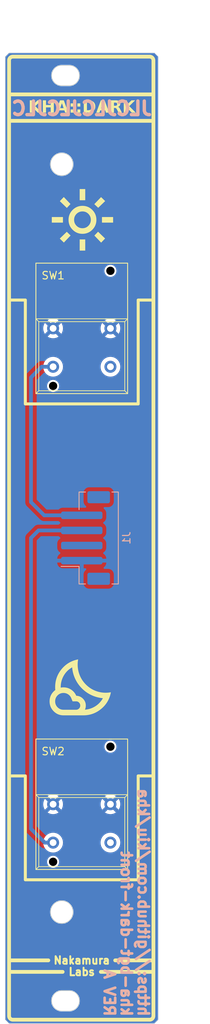
<source format=kicad_pcb>
(kicad_pcb (version 20221018) (generator pcbnew)
  (layers (0 "F.Cu" signal) (31 "B.Cu" signal) (34 "B.Paste" user) (35 "F.Paste" user) (36 "B.SilkS" user "B.Silkscreen") (37 "F.SilkS" user "F.Silkscreen") (38 "B.Mask" user) (39 "F.Mask" user) (44 "Edge.Cuts" user))
  (net 0 "")
  (net 1 "Net-(J1-Pin_4)")
  (net 2 "GND")
  (net 6 "Net-(J1-Pin_3)")
  (footprint "kiu-footprints:PB86" (layer "F.Cu") (at 66.19 123.25)
    (fp_text reference "SW2" (at 0 -7) (layer "F.SilkS"))
    (fp_text value "SW_SPDT")
    (fp_line (start -2.286 -8.636) (end -2.286 8.636) (stroke (width 0.12)) (layer "F.SilkS"))
    (fp_line (start -2.286 -8.636) (end 9.906 -8.636) (stroke (width 0.12)) (layer "F.SilkS"))
    (fp_line (start -2.286 -1.27) (end -1.905 -0.889) (stroke (width 0.1)) (layer "F.SilkS"))
    (fp_line (start -2.286 -1.27) (end 9.906 -1.27) (stroke (width 0.1)) (layer "F.SilkS"))
    (fp_line (start -2.286 8.636) (end -1.905 8.255) (stroke (width 0.1)) (layer "F.SilkS"))
    (fp_line (start -2.286 8.636) (end 9.906 8.636) (stroke (width 0.12)) (layer "F.SilkS"))
    (fp_line (start -1.905 -0.889) (end 9.525 -0.889) (stroke (width 0.1)) (layer "F.SilkS"))
    (fp_line (start -1.905 8.255) (end -1.905 -0.889) (stroke (width 0.1)) (layer "F.SilkS"))
    (fp_line (start -1.905 8.255) (end 9.525 8.255) (stroke (width 0.1)) (layer "F.SilkS"))
    (fp_line (start 9.525 -0.889) (end 9.525 8.255) (stroke (width 0.1)) (layer "F.SilkS"))
    (fp_line (start 9.906 -8.636) (end 9.906 8.636) (stroke (width 0.12)) (layer "F.SilkS"))
    (fp_line (start 9.906 -1.27) (end 9.525 -0.889) (stroke (width 0.1)) (layer "F.SilkS"))
    (fp_line (start 9.906 8.636) (end 9.525 8.255) (stroke (width 0.1)) (layer "F.SilkS"))
    (pad "" np_thru_hole circle (at 0 7.62) (size 1.2 1.2) (drill 1.1) (layers "*.Mask"))
    (pad "" np_thru_hole circle (at 7.62 -7.62) (size 1.2 1.2) (drill 1.1) (layers "*.Mask"))
    (pad "1" thru_hole circle (at 7.62 5.08) (size 1.6 1.6) (drill 0.9) (layers "*.Cu" "*.Mask"))
    (pad "2" thru_hole circle (at 0 0) (size 1.6 1.6) (drill 0.9) (layers "*.Cu" "*.Mask") (net 2 "GND"))
    (pad "2" thru_hole circle (at 7.62 0) (size 1.6 1.6) (drill 0.9) (layers "*.Cu" "*.Mask") (net 2 "GND"))
    (pad "3" thru_hole circle (at 0 5.08) (size 1.6 1.6) (drill 0.9) (layers "*.Cu" "*.Mask") (net 6 "Net-(J1-Pin_3)"))
  )
  (footprint "kiu-footprints:PB86" (layer "F.Cu") (at 66.19 60.25)
    (fp_text reference "SW1" (at 0 -7) (layer "F.SilkS"))
    (fp_text value "SW_SPDT")
    (fp_line (start -2.286 -8.636) (end -2.286 8.636) (stroke (width 0.12)) (layer "F.SilkS"))
    (fp_line (start -2.286 -8.636) (end 9.906 -8.636) (stroke (width 0.12)) (layer "F.SilkS"))
    (fp_line (start -2.286 -1.27) (end -1.905 -0.889) (stroke (width 0.1)) (layer "F.SilkS"))
    (fp_line (start -2.286 -1.27) (end 9.906 -1.27) (stroke (width 0.1)) (layer "F.SilkS"))
    (fp_line (start -2.286 8.636) (end -1.905 8.255) (stroke (width 0.1)) (layer "F.SilkS"))
    (fp_line (start -2.286 8.636) (end 9.906 8.636) (stroke (width 0.12)) (layer "F.SilkS"))
    (fp_line (start -1.905 -0.889) (end 9.525 -0.889) (stroke (width 0.1)) (layer "F.SilkS"))
    (fp_line (start -1.905 8.255) (end -1.905 -0.889) (stroke (width 0.1)) (layer "F.SilkS"))
    (fp_line (start -1.905 8.255) (end 9.525 8.255) (stroke (width 0.1)) (layer "F.SilkS"))
    (fp_line (start 9.525 -0.889) (end 9.525 8.255) (stroke (width 0.1)) (layer "F.SilkS"))
    (fp_line (start 9.906 -8.636) (end 9.906 8.636) (stroke (width 0.12)) (layer "F.SilkS"))
    (fp_line (start 9.906 -1.27) (end 9.525 -0.889) (stroke (width 0.1)) (layer "F.SilkS"))
    (fp_line (start 9.906 8.636) (end 9.525 8.255) (stroke (width 0.1)) (layer "F.SilkS"))
    (pad "" np_thru_hole circle (at 0 7.62) (size 1.2 1.2) (drill 1.1) (layers "*.Mask"))
    (pad "" np_thru_hole circle (at 7.62 -7.62) (size 1.2 1.2) (drill 1.1) (layers "*.Mask"))
    (pad "1" thru_hole circle (at 7.62 5.08) (size 1.6 1.6) (drill 0.9) (layers "*.Cu" "*.Mask"))
    (pad "2" thru_hole circle (at 0 0) (size 1.6 1.6) (drill 0.9) (layers "*.Cu" "*.Mask") (net 2 "GND"))
    (pad "2" thru_hole circle (at 7.62 0) (size 1.6 1.6) (drill 0.9) (layers "*.Cu" "*.Mask") (net 2 "GND"))
    (pad "3" thru_hole circle (at 0 5.08) (size 1.6 1.6) (drill 0.9) (layers "*.Cu" "*.Mask") (net 1 "Net-(J1-Pin_4)"))
  )
  (footprint "Connector_JST:JST_PH_B4B-PH-SM4-TB_1x04-1MP_P2.00mm_Vertical" (layer "B.Cu") (at 70.5 88 90)
    (fp_text reference "J1" (at 0 5.45 270) (layer "B.SilkS") (effects (justify mirror)))
    (fp_text value "Conn_01x04")
    (fp_line (start -6.085 -0.86) (end -3.76 -0.86) (stroke (width 0.12)) (layer "B.SilkS"))
    (fp_line (start -6.085 -0.01) (end -6.085 -0.86) (stroke (width 0.12)) (layer "B.SilkS"))
    (fp_line (start -6.085 3.51) (end -6.085 4.36) (stroke (width 0.12)) (layer "B.SilkS"))
    (fp_line (start -6.085 4.36) (end 6.085 4.36) (stroke (width 0.12)) (layer "B.SilkS"))
    (fp_line (start -3.76 -0.86) (end -3.76 -3.25) (stroke (width 0.12)) (layer "B.SilkS"))
    (fp_line (start 6.085 -0.86) (end 3.76 -0.86) (stroke (width 0.12)) (layer "B.SilkS"))
    (fp_line (start 6.085 -0.01) (end 6.085 -0.86) (stroke (width 0.12)) (layer "B.SilkS"))
    (fp_line (start 6.085 4.36) (end 6.085 3.51) (stroke (width 0.12)) (layer "B.SilkS"))
    (pad "1" smd roundrect (at -3 -0.5 90) (size 1 5.5) (layers "B.Cu" "B.Paste" "B.Mask") (net 2 "GND"))
    (pad "2" smd roundrect (at -1 -0.5 90) (size 1 5.5) (layers "B.Cu" "B.Paste" "B.Mask"))
    (pad "3" smd roundrect (at 1 -0.5 90) (size 1 5.5) (layers "B.Cu" "B.Paste" "B.Mask") (net 6 "Net-(J1-Pin_3)"))
    (pad "4" smd roundrect (at 3 -0.5 90) (size 1 5.5) (layers "B.Cu" "B.Paste" "B.Mask") (net 1 "Net-(J1-Pin_4)"))
    (pad "MP" smd roundrect (at -5.4 1.75 90) (size 1.6 3) (layers "B.Cu" "B.Paste" "B.Mask") (roundrect_rratio 0.15625))
    (pad "MP" smd roundrect (at 5.4 1.75 90) (size 1.6 3) (layers "B.Cu" "B.Paste" "B.Mask") (roundrect_rratio 0.15625))
  )
  (gr_line (start 77.5 119.5) (end 77.5 133.25) (stroke (width 0.4)) (layer "F.SilkS"))
  (gr_arc (start 79.525 151.275001) (mid 79.378553 151.628554) (end 79.025 151.775001) (stroke (width 0.5)) (layer "F.SilkS"))
  (gr_line (start 67.46 145.441) (end 60.348 145.441) (stroke (width 0.5)) (layer "F.SilkS"))
  (gr_poly (pts (xy 73.102552 48.352114) (xy 72.574708 48.898479) (xy 71.676448 47.963176) (xy 72.16725 47.453854)) (fill solid) (layer "F.SilkS"))
  (gr_line (start 65.555 143.917) (end 60.348 143.917) (stroke (width 0.5)) (layer "F.SilkS"))
  (gr_poly (pts (xy 69.5 104.186037) (xy 69.484264 104.300146) (xy 69.471929 104.41393) (xy 69.462994 104.527388) (xy 69.45746 104.640521) (xy 69.455325 104.753328) (xy 69.456591 104.865809) (xy 69.461258 104.977965) (xy 69.469324 105.089796) (xy 69.480791 105.2013) (xy 69.495659 105.31248) (xy 69.513926 105.423333) (xy 69.535594 105.533862) (xy 69.560663 105.644064) (xy 69.589131 105.753941) (xy 69.621 105.863493) (xy 69.656088 105.972031) (xy 69.694215 106.07887) (xy 69.735381 106.184008) (xy 69.779585 106.287446) (xy 69.826827 106.389184) (xy 69.877108 106.489222) (xy 69.930428 106.587559) (xy 69.986787 106.684197) (xy 70.046183 106.779134) (xy 70.108619 106.872372) (xy 70.174093 106.963909) (xy 70.242605 107.053745) (xy 70.314157 107.141882) (xy 70.388746 107.228319) (xy 70.466375 107.313055) (xy 70.547042 107.396091) (xy 70.630078 107.476758) (xy 70.714814 107.554387) (xy 70.801251 107.628976) (xy 70.889388 107.700528) (xy 70.979224 107.76904) (xy 71.070762 107.834514) (xy 71.163999 107.89695) (xy 71.258936 107.956347) (xy 71.355574 108.012705) (xy 71.453911 108.066024) (xy 71.553949 108.116306) (xy 71.655687 108.163548) (xy 71.759125 108.207752) (xy 71.864264 108.248918) (xy 71.971102 108.287045) (xy 72.079641 108.322133) (xy 72.189192 108.354002) (xy 72.299069 108.38247) (xy 72.409272 108.407539) (xy 72.5198 108.429207) (xy 72.630653 108.447474) (xy 72.741833 108.462342) (xy 72.853337 108.473809) (xy 72.965168 108.481875) (xy 73.077324 108.486542) (xy 73.189805 108.487808) (xy 73.302612 108.485674) (xy 73.415745 108.480139) (xy 73.529203 108.471204) (xy 73.642987 108.458869) (xy 73.757096 108.443134) (xy 73.871531 108.423998) (xy 73.838324 108.58884) (xy 73.798895 108.749993) (xy 73.753244 108.907456) (xy 73.701371 109.06123) (xy 73.643276 109.211314) (xy 73.57896 109.357708) (xy 73.508421 109.500412) (xy 73.431661 109.639427) (xy 73.348679 109.774752) (xy 73.259475 109.906388) (xy 73.16405 110.034333) (xy 73.062402 110.158589) (xy 72.954533 110.279155) (xy 72.840442 110.396032) (xy 72.720129 110.509219) (xy 72.593594 110.618716) (xy 72.462718 110.723004) (xy 72.329382 110.820564) (xy 72.193587 110.911396) (xy 72.055332 110.995499) (xy 71.914617 111.072875) (xy 71.771442 111.143521) (xy 71.625808 111.20744) (xy 71.477713 111.26463) (xy 71.327159 111.315092) (xy 71.174145 111.358826) (xy 71.018672 111.395832) (xy 70.860738 111.426109) (xy 70.700345 111.449658) (xy 70.537492 111.466478) (xy 70.372179 111.476571) (xy 70.204406 111.479935) (xy 69.241323 111.479935) (xy 67.574448 111.479935) (xy 67.479257 111.477819) (xy 67.385839 111.47147) (xy 67.294194 111.460889) (xy 67.204321 111.446076) (xy 67.11622 111.427031) (xy 67.029892 111.403753) (xy 66.945336 111.376243) (xy 66.862553 111.344501) (xy 66.781543 111.308527) (xy 66.702305 111.26832) (xy 66.624839 111.223881) (xy 66.549146 111.175209) (xy 66.475226 111.122306) (xy 66.403078 111.06517) (xy 66.332702 111.003801) (xy 66.264099 110.938201) (xy 66.198498 110.869598) (xy 66.13713 110.799222) (xy 66.079994 110.727074) (xy 66.02709 110.653154) (xy 65.978419 110.577461) (xy 65.93398 110.499995) (xy 65.893773 110.420757) (xy 65.857798 110.339746) (xy 65.826056 110.256963) (xy 65.798546 110.172408) (xy 65.775268 110.08608) (xy 65.756223 109.997979) (xy 65.74141 109.908106) (xy 65.730829 109.816461) (xy 65.724481 109.723042) (xy 65.722365 109.627852) (xy 66.463198 109.627852) (xy 66.464464 109.685187) (xy 66.468262 109.741437) (xy 66.474593 109.796601) (xy 66.483455 109.850681) (xy 66.49485 109.903675) (xy 66.508777 109.955584) (xy 66.525236 110.006408) (xy 66.544227 110.056146) (xy 66.56575 110.104799) (xy 66.589805 110.152368) (xy 66.616393 110.198851) (xy 66.645512 110.244248) (xy 66.677164 110.288561) (xy 66.711348 110.331788) (xy 66.748064 110.37393) (xy 66.787312 110.414987) (xy 66.828369 110.454235) (xy 66.870512 110.490952) (xy 66.913739 110.525136) (xy 66.958051 110.556787) (xy 67.003449 110.585907) (xy 67.049932 110.612494) (xy 67.0975 110.63655) (xy 67.146154 110.658073) (xy 67.195892 110.677064) (xy 67.246716 110.693523) (xy 67.298625 110.70745) (xy 67.351619 110.718844) (xy 67.405699 110.727707) (xy 67.460863 110.734037) (xy 67.517113 110.737835) (xy 67.574448 110.739101) (xy 69.241323 110.739101) (xy 69.26999 110.738468) (xy 69.298115 110.736569) (xy 69.325697 110.733404) (xy 69.352737 110.728973) (xy 69.379234 110.723276) (xy 69.405189 110.716312) (xy 69.430601 110.708083) (xy 69.45547 110.698587) (xy 69.479797 110.687826) (xy 69.503581 110.675798) (xy 69.526822 110.662504) (xy 69.549521 110.647945) (xy 69.571677 110.632119) (xy 69.593291 110.615027) (xy 69.614362 110.596669) (xy 69.63489 110.577044) (xy 69.654515 110.556516) (xy 69.672873 110.535445) (xy 69.689965 110.513831) (xy 69.705791 110.491675) (xy 69.72035 110.468976) (xy 69.733644 110.445734) (xy 69.745672 110.42195) (xy 69.756434 110.397624) (xy 69.765929 110.372755) (xy 69.774159 110.347343) (xy 69.781122 110.321388) (xy 69.786819 110.294891) (xy 69.791251 110.267851) (xy 69.794416 110.240269) (xy 69.796315 110.212144) (xy 69.796948 110.183477) (xy 69.796333 110.154809) (xy 69.794488 110.126684) (xy 69.791413 110.099102) (xy 69.787109 110.072062) (xy 69.781574 110.045565) (xy 69.77481 110.019611) (xy 69.766815 109.994199) (xy 69.757591 109.969329) (xy 69.747137 109.945003) (xy 69.735453 109.921219) (xy 69.722539 109.897977) (xy 69.708395 109.875278) (xy 69.693021 109.853122) (xy 69.676418 109.831508) (xy 69.658584 109.810437) (xy 69.639521 109.789909) (xy 69.619589 109.770285) (xy 69.599151 109.751927) (xy 69.578207 109.734835) (xy 69.556756 109.719009) (xy 69.534799 109.704449) (xy 69.512335 109.691155) (xy 69.489365 109.679127) (xy 69.465888 109.668366) (xy 69.441905 109.65887) (xy 69.417415 109.650641) (xy 69.39242 109.643678) (xy 69.366917 109.63798) (xy 69.340908 109.633549) (xy 69.314393 109.630384) (xy 69.287372 109.628485) (xy 69.259844 109.627852) (xy 68.778302 109.627852) (xy 68.593094 109.183352) (xy 68.576309 109.145641) (xy 68.558367 109.108907) (xy 68.539267 109.073149) (xy 68.51901 109.038368) (xy 68.497596 109.004564) (xy 68.475023 108.971737) (xy 68.451294 108.939886) (xy 68.426406 108.909012) (xy 68.400361 108.879115) (xy 68.373159 108.850194) (xy 68.344799 108.82225) (xy 68.315281 108.795283) (xy 68.284606 108.769292) (xy 68.252773 108.744278) (xy 68.219783 108.720241) (xy 68.185635 108.69718) (xy 68.150692 108.675313) (xy 68.115314 108.654857) (xy 68.079502 108.635812) (xy 68.043256 108.618177) (xy 68.006577 108.601953) (xy 67.969463 108.58714) (xy 67.931914 108.573738) (xy 67.893932 108.561746) (xy 67.855516 108.551165) (xy 67.816666 108.541995) (xy 67.777381 108.534236) (xy 67.737663 108.527888) (xy 67.69751 108.52295) (xy 67.656924 108.519423) (xy 67.615903 108.517307) (xy 67.574448 108.516602) (xy 67.517113 108.51785) (xy 67.460863 108.521594) (xy 67.405699 108.527834) (xy 67.351619 108.536569) (xy 67.298625 108.547801) (xy 67.246716 108.561529) (xy 67.195892 108.577753) (xy 67.146154 108.596473) (xy 67.0975 108.617688) (xy 67.049932 108.6414) (xy 67.003449 108.667608) (xy 66.958051 108.696312) (xy 66.913739 108.727511) (xy 66.870512 108.761207) (xy 66.828369 108.797398) (xy 66.787312 108.836086) (xy 66.748064 108.876618) (xy 66.711348 108.918344) (xy 66.677164 108.961264) (xy 66.645512 109.005378) (xy 66.616393 109.050685) (xy 66.589805 109.097186) (xy 66.56575 109.144881) (xy 66.544227 109.19377) (xy 66.525236 109.243852) (xy 66.508777 109.295128) (xy 66.49485 109.347597) (xy 66.483455 109.401261) (xy 66.474593 109.456118) (xy 66.468262 109.512169) (xy 66.464464 109.569413) (xy 66.463198 109.627852) (xy 65.722365 109.627852) (xy 65.724481 109.532661) (xy 65.730829 109.439243) (xy 65.74141 109.347597) (xy 65.756223 109.257724) (xy 65.775268 109.169624) (xy 65.798546 109.083296) (xy 65.826056 108.99874) (xy 65.857798 108.915957) (xy 65.893773 108.834947) (xy 65.93398 108.755709) (xy 65.978419 108.678243) (xy 66.02709 108.60255) (xy 66.079994 108.52863) (xy 66.13713 108.456482) (xy 66.198498 108.386106) (xy 66.264099 108.317503) (xy 66.332702 108.251902) (xy 66.403078 108.190534) (xy 66.475226 108.133398) (xy 66.484654 108.12665) (xy 66.482587 108.113195) (xy 66.479042 108.087005) (xy 66.475931 108.060526) (xy 66.473254 108.033758) (xy 66.471011 108.0067) (xy 66.469203 107.979353) (xy 66.467828 107.951716) (xy 66.465802 107.896733) (xy 66.464356 107.842907) (xy 66.463808 107.80969) (xy 67.204031 107.80969) (xy 67.204321 107.809627) (xy 67.294194 107.794814) (xy 67.385839 107.784233) (xy 67.479257 107.777885) (xy 67.574448 107.775769) (xy 67.643521 107.776944) (xy 67.711835 107.780471) (xy 67.779389 107.786349) (xy 67.846183 107.794579) (xy 67.912218 107.80516) (xy 67.977493 107.818092) (xy 68.042009 107.833375) (xy 68.105764 107.85101) (xy 68.168761 107.870995) (xy 68.230997 107.893333) (xy 68.292474 107.918021) (xy 68.353191 107.945061) (xy 68.413149 107.974452) (xy 68.472347 108.006194) (xy 68.530785 108.040287) (xy 68.588464 108.076732) (xy 68.64484 108.115166) (xy 68.699372 108.155228) (xy 68.752058 108.196918) (xy 68.8029 108.240236) (xy 68.851897 108.285182) (xy 68.899049 108.331755) (xy 68.944356 108.379956) (xy 68.987819 108.429785) (xy 69.029437 108.481242) (xy 69.069209 108.534327) (xy 69.107137 108.589039) (xy 69.14322 108.64538) (xy 69.177459 108.703348) (xy 69.209852 108.762943) (xy 69.2404 108.824167) (xy 69.269104 108.887018) (xy 69.33447 108.890726) (xy 69.398605 108.897219) (xy 69.461511 108.906498) (xy 69.523187 108.918562) (xy 69.583633 108.933411) (xy 69.642849 108.951046) (xy 69.700835 108.971466) (xy 69.757591 108.994671) (xy 69.813117 109.020662) (xy 69.867414 109.049438) (xy 69.92048 109.080999) (xy 69.972317 109.115346) (xy 70.022924 109.152478) (xy 70.072301 109.192395) (xy 70.120448 109.235098) (xy 70.167365 109.280586) (xy 70.21222 109.328064) (xy 70.254181 109.376735) (xy 70.293248 109.4266) (xy 70.329422 109.477659) (xy 70.362702 109.529912) (xy 70.393087 109.583358) (xy 70.420579 109.637998) (xy 70.445177 109.693832) (xy 70.466881 109.75086) (xy 70.485691 109.809081) (xy 70.501608 109.868496) (xy 70.51463 109.929104) (xy 70.524759 109.990907) (xy 70.531993 110.053903) (xy 70.536334 110.118093) (xy 70.537781 110.183477) (xy 70.536298 110.25) (xy 70.531849 110.315293) (xy 70.524433 110.379356) (xy 70.514051 110.44219) (xy 70.500703 110.503793) (xy 70.484389 110.564167) (xy 70.465108 110.62331) (xy 70.442862 110.681224) (xy 70.421395 110.729487) (xy 70.510705 110.721558) (xy 70.60311 110.710597) (xy 70.694611 110.69696) (xy 70.785208 110.680645) (xy 70.8749 110.661654) (xy 70.963688 110.639986) (xy 71.051572 110.615641) (xy 71.138551 110.58862) (xy 71.224626 110.558921) (xy 71.309796 110.526546) (xy 71.394062 110.491494) (xy 71.477424 110.453765) (xy 71.559882 110.413359) (xy 71.641435 110.370277) (xy 71.722083 110.324517) (xy 71.801828 110.276081) (xy 71.880089 110.225257) (xy 71.956289 110.172335) (xy 72.030427 110.117315) (xy 72.102502 110.060197) (xy 72.172516 110.000981) (xy 72.240468 109.939667) (xy 72.306358 109.876255) (xy 72.370186 109.810745) (xy 72.431952 109.743137) (xy 72.491657 109.67343) (xy 72.549299 109.601626) (xy 72.60488 109.527723) (xy 72.658398 109.451723) (xy 72.709855 109.373624) (xy 72.75925 109.293428) (xy 72.806583 109.211133) (xy 72.608786 109.188633) (xy 72.413594 109.158175) (xy 72.316975 109.139961) (xy 72.221006 109.119758) (xy 72.125689 109.097566) (xy 72.031023 109.073384) (xy 71.937008 109.047212) (xy 71.843644 109.019051) (xy 71.750932 108.988901) (xy 71.65887 108.956761) (xy 71.56746 108.922631) (xy 71.476701 108.886512) (xy 71.386592 108.848403) (xy 71.297135 108.808305) (xy 71.208583 108.76629) (xy 71.121188 108.722429) (xy 71.03495 108.676724) (xy 70.94987 108.629174) (xy 70.865947 108.579779) (xy 70.783182 108.528539) (xy 70.701575 108.475455) (xy 70.621125 108.420525) (xy 70.541833 108.363751) (xy 70.463698 108.305132) (xy 70.386721 108.244667) (xy 70.310901 108.182359) (xy 70.236239 108.118205) (xy 70.162734 108.052206) (xy 70.090387 107.984363) (xy 70.019198 107.914675) (xy 69.949491 107.843485) (xy 69.881594 107.771138) (xy 69.815505 107.697634) (xy 69.751225 107.622972) (xy 69.688753 107.547152) (xy 69.62809 107.470175) (xy 69.569236 107.39204) (xy 69.51219 107.312748) (xy 69.456953 107.232298) (xy 69.403525 107.150691) (xy 69.351905 107.067926) (xy 69.302094 106.984003) (xy 69.254092 106.898923) (xy 69.207899 106.812685) (xy 69.163514 106.72529) (xy 69.120937 106.636737) (xy 69.080315 106.54728) (xy 69.04179 106.457172) (xy 69.005363 106.366413) (xy 68.971034 106.275002) (xy 68.938804 106.182941) (xy 68.908671 106.090228) (xy 68.880637 105.996864) (xy 68.8547 105.902849) (xy 68.830862 105.808183) (xy 68.809122 105.712866) (xy 68.78948 105.616898) (xy 68.771935 105.520278) (xy 68.756489 105.423008) (xy 68.743141 105.325086) (xy 68.731891 105.226513) (xy 68.722739 105.127289) (xy 68.63482 105.17824) (xy 68.549324 105.231542) (xy 68.466251 105.287194) (xy 68.385602 105.345199) (xy 68.307377 105.405554) (xy 68.231576 105.468261) (xy 68.158198 105.533319) (xy 68.087243 105.600728) (xy 68.018713 105.670489) (xy 67.952606 105.742601) (xy 67.888922 105.817064) (xy 67.827662 105.893878) (xy 67.768826 105.973044) (xy 67.712414 106.054561) (xy 67.658425 106.138429) (xy 67.606859 106.224649) (xy 67.558079 106.312496) (xy 67.512447 106.401248) (xy 67.469961 106.490904) (xy 67.430622 106.581464) (xy 67.394431 106.672929) (xy 67.361386 106.765298) (xy 67.331489 106.858571) (xy 67.304738 106.952749) (xy 67.281135 107.047831) (xy 67.260679 107.143817) (xy 67.24337 107.240708) (xy 67.229208 107.338503) (xy 67.218193 107.437203) (xy 67.210325 107.536806) (xy 67.205605 107.637314) (xy 67.204031 107.738727) (xy 67.204031 107.80969) (xy 66.463808 107.80969) (xy 66.463487 107.790238) (xy 66.463198 107.738727) (xy 66.466562 107.570972) (xy 66.476655 107.405713) (xy 66.493475 107.242951) (xy 66.517024 107.082684) (xy 66.547301 106.924913) (xy 66.584307 106.769639) (xy 66.628041 106.61686) (xy 66.678503 106.466577) (xy 66.735693 106.31879) (xy 66.799612 106.173499) (xy 66.870258 106.030704) (xy 66.947634 105.890406) (xy 67.031737 105.752603) (xy 67.122569 105.617296) (xy 67.220129 105.484485) (xy 67.324417 105.35417) (xy 67.433914 105.228159) (xy 67.547101 105.108262) (xy 67.663977 104.994479) (xy 67.784544 104.886808) (xy 67.9088 104.785251) (xy 68.036745 104.689807) (xy 68.168381 104.600477) (xy 68.303706 104.51726) (xy 68.442721 104.440156) (xy 68.585425 104.369165) (xy 68.731819 104.304288) (xy 68.881903 104.245524) (xy 69.035677 104.192874) (xy 69.19314 104.146336) (xy 69.354293 104.105913) (xy 69.519135 104.071602)) (fill solid) (layer "F.SilkS"))
  (gr_line (start 79.525 24.774999) (end 79.525 151.275001) (stroke (width 0.5)) (layer "F.SilkS"))
  (gr_poly (pts (xy 70.463334 43.286666) (xy 69.7225 43.286666) (xy 69.7225 41.805) (xy 70.463334 41.805)) (fill solid) (layer "F.SilkS"))
  (gr_line (start 79.525 143.917) (end 74.445 143.917) (stroke (width 0.5)) (layer "F.SilkS"))
  (gr_poly (pts (xy 68.518646 47.953916) (xy 67.620386 48.889218) (xy 67.074021 48.361374) (xy 68.009323 47.463114)) (fill solid) (layer "F.SilkS"))
  (gr_line (start 62.5 56.5) (end 62.5 70.25) (stroke (width 0.4)) (layer "F.SilkS"))
  (gr_line (start 79.5 56.5) (end 77.5 56.5) (stroke (width 0.4)) (layer "F.SilkS"))
  (gr_line (start 62.5 56.5) (end 60.5 56.5) (stroke (width 0.4)) (layer "F.SilkS"))
  (gr_poly (pts (xy 67.5 46.25) (xy 66.018334 46.25) (xy 66.018334 45.509166) (xy 67.5 45.509166)) (fill solid) (layer "F.SilkS"))
  (gr_arc (start 60.340001 24.774999) (mid 60.486448 24.421447) (end 60.84 24.275) (stroke (width 0.5)) (layer "F.SilkS"))
  (gr_line (start 79.5 119.5) (end 77.5 119.5) (stroke (width 0.4)) (layer "F.SilkS"))
  (gr_line (start 77.5 70.25) (end 62.5 70.25) (stroke (width 0.4)) (layer "F.SilkS"))
  (gr_line (start 77.5 56.5) (end 77.5 70.25) (stroke (width 0.4)) (layer "F.SilkS"))
  (gr_line (start 60.34 151.275) (end 60.34 24.775) (stroke (width 0.5)) (layer "F.SilkS"))
  (gr_line (start 77.5 133.25) (end 62.5 133.25) (stroke (width 0.4)) (layer "F.SilkS"))
  (gr_poly (pts (xy 68.500125 43.786729) (xy 68.018584 44.305312) (xy 67.083281 43.407052) (xy 67.611125 42.860687)) (fill solid) (layer "F.SilkS"))
  (gr_line (start 62.5 119.5) (end 60.5 119.5) (stroke (width 0.4)) (layer "F.SilkS"))
  (gr_arc (start 79.025 24.274999) (mid 79.378553 24.421446) (end 79.525 24.774999) (stroke (width 0.5)) (layer "F.SilkS"))
  (gr_poly (pts (xy 70.188107 44.029616) (xy 70.281525 44.035964) (xy 70.373171 44.046545) (xy 70.463044 44.061358) (xy 70.551145 44.080403) (xy 70.637473 44.103681) (xy 70.722028 44.131191) (xy 70.804811 44.162933) (xy 70.885822 44.198908) (xy 70.96506 44.239115) (xy 71.042525 44.283554) (xy 71.118218 44.332225) (xy 71.192139 44.385129) (xy 71.264287 44.442265) (xy 71.334663 44.503633) (xy 71.403266 44.569234) (xy 71.468866 44.637837) (xy 71.530235 44.708213) (xy 71.587371 44.780361) (xy 71.640275 44.854281) (xy 71.688946 44.929974) (xy 71.733385 45.00744) (xy 71.773592 45.086678) (xy 71.809567 45.167688) (xy 71.841309 45.250472) (xy 71.868819 45.335027) (xy 71.892097 45.421355) (xy 71.911142 45.509456) (xy 71.925955 45.599329) (xy 71.936536 45.690974) (xy 71.942884 45.784392) (xy 71.945 45.879583) (xy 71.942884 45.974774) (xy 71.936536 46.068192) (xy 71.925955 46.159837) (xy 71.911142 46.24971) (xy 71.892097 46.337811) (xy 71.868819 46.424139) (xy 71.841309 46.508694) (xy 71.809567 46.591477) (xy 71.773592 46.672488) (xy 71.733385 46.751726) (xy 71.688946 46.829192) (xy 71.640275 46.904885) (xy 71.587371 46.978805) (xy 71.530235 47.050953) (xy 71.468866 47.121329) (xy 71.403266 47.189932) (xy 71.334663 47.255532) (xy 71.264287 47.316901) (xy 71.192139 47.374037) (xy 71.118218 47.426941) (xy 71.042525 47.475612) (xy 70.96506 47.520051) (xy 70.885822 47.560258) (xy 70.804811 47.596233) (xy 70.722028 47.627975) (xy 70.637473 47.655485) (xy 70.551145 47.678763) (xy 70.463044 47.697808) (xy 70.373171 47.712621) (xy 70.281525 47.723202) (xy 70.188107 47.72955) (xy 70.092917 47.731666) (xy 69.997726 47.72955) (xy 69.904308 47.723202) (xy 69.812663 47.712621) (xy 69.72279 47.697808) (xy 69.634689 47.678763) (xy 69.548361 47.655485) (xy 69.463805 47.627975) (xy 69.381022 47.596233) (xy 69.300012 47.560258) (xy 69.220774 47.520051) (xy 69.143308 47.475612) (xy 69.067615 47.426941) (xy 68.993695 47.374037) (xy 68.921547 47.316901) (xy 68.851171 47.255532) (xy 68.782568 47.189932) (xy 68.716967 47.121329) (xy 68.655599 47.050953) (xy 68.598463 46.978805) (xy 68.545559 46.904885) (xy 68.496888 46.829192) (xy 68.452449 46.751726) (xy 68.412242 46.672488) (xy 68.376267 46.591477) (xy 68.344525 46.508694) (xy 68.317015 46.424139) (xy 68.293737 46.337811) (xy 68.274692 46.24971) (xy 68.259879 46.159837) (xy 68.249298 46.068192) (xy 68.24295 45.974774) (xy 68.240833 45.879583) (xy 68.981667 45.879583) (xy 68.982933 45.936918) (xy 68.986731 45.993168) (xy 68.993062 46.048332) (xy 69.001924 46.102412) (xy 69.013319 46.155406) (xy 69.027245 46.207315) (xy 69.043704 46.258139) (xy 69.062696 46.307877) (xy 69.084219 46.35653) (xy 69.108274 46.404099) (xy 69.134862 46.450581) (xy 69.163981 46.495979) (xy 69.195633 46.540292) (xy 69.229817 46.583519) (xy 69.266533 46.625661) (xy 69.305781 46.666718) (xy 69.346838 46.705966) (xy 69.38898 46.742683) (xy 69.432208 46.776867) (xy 69.47652 46.808518) (xy 69.521918 46.837638) (xy 69.568401 46.864226) (xy 69.615969 46.888281) (xy 69.664623 46.909804) (xy 69.714361 46.928795) (xy 69.765185 46.945254) (xy 69.817094 46.959181) (xy 69.870088 46.970576) (xy 69.924168 46.979438) (xy 69.979332 46.985768) (xy 70.035582 46.989567) (xy 70.092917 46.990833) (xy 70.150252 46.989567) (xy 70.206502 46.985768) (xy 70.261666 46.979438) (xy 70.315746 46.970576) (xy 70.36874 46.959181) (xy 70.420649 46.945254) (xy 70.471473 46.928795) (xy 70.521211 46.909804) (xy 70.569864 46.888281) (xy 70.617433 46.864226) (xy 70.663916 46.837638) (xy 70.709313 46.808518) (xy 70.753626 46.776867) (xy 70.796853 46.742683) (xy 70.838995 46.705966) (xy 70.880052 46.666718) (xy 70.9193 46.625661) (xy 70.956016 46.583519) (xy 70.9902 46.540292) (xy 71.021852 46.495979) (xy 71.050972 46.450581) (xy 71.077559 46.404099) (xy 71.101615 46.35653) (xy 71.123138 46.307877) (xy 71.142129 46.258139) (xy 71.158588 46.207315) (xy 71.172515 46.155406) (xy 71.18391 46.102412) (xy 71.192772 46.048332) (xy 71.199102 45.993168) (xy 71.202901 45.936918) (xy 71.204167 45.879583) (xy 71.202901 45.822248) (xy 71.199102 45.765998) (xy 71.192772 45.710834) (xy 71.18391 45.656754) (xy 71.172515 45.60376) (xy 71.158588 45.551851) (xy 71.142129 45.501027) (xy 71.123138 45.451289) (xy 71.101615 45.402635) (xy 71.077559 45.355067) (xy 71.050972 45.308584) (xy 71.021852 45.263186) (xy 70.9902 45.218874) (xy 70.956016 45.175646) (xy 70.9193 45.133504) (xy 70.880052 45.092447) (xy 70.838995 45.053199) (xy 70.796853 45.016483) (xy 70.753626 44.982299) (xy 70.709313 44.950647) (xy 70.663916 44.921528) (xy 70.617433 44.89494) (xy 70.569864 44.870885) (xy 70.521211 44.849362) (xy 70.471473 44.830371) (xy 70.420649 44.813912) (xy 70.36874 44.799985) (xy 70.315746 44.78859) (xy 70.261666 44.779728) (xy 70.206502 44.773397) (xy 70.150252 44.769599) (xy 70.092917 44.768333) (xy 70.035582 44.769599) (xy 69.979332 44.773397) (xy 69.924168 44.779728) (xy 69.870088 44.78859) (xy 69.817094 44.799985) (xy 69.765185 44.813912) (xy 69.714361 44.830371) (xy 69.664623 44.849362) (xy 69.615969 44.870885) (xy 69.568401 44.89494) (xy 69.521918 44.921528) (xy 69.47652 44.950647) (xy 69.432208 44.982299) (xy 69.38898 45.016483) (xy 69.346838 45.053199) (xy 69.305781 45.092447) (xy 69.266533 45.133504) (xy 69.229817 45.175646) (xy 69.195633 45.218874) (xy 69.163981 45.263186) (xy 69.134862 45.308584) (xy 69.108274 45.355067) (xy 69.084219 45.402635) (xy 69.062696 45.451289) (xy 69.043704 45.501027) (xy 69.027245 45.551851) (xy 69.013319 45.60376) (xy 69.001924 45.656754) (xy 68.993062 45.710834) (xy 68.986731 45.765998) (xy 68.982933 45.822248) (xy 68.981667 45.879583) (xy 68.240833 45.879583) (xy 68.24295 45.784392) (xy 68.249298 45.690974) (xy 68.259879 45.599329) (xy 68.274692 45.509456) (xy 68.293737 45.421355) (xy 68.317015 45.335027) (xy 68.344525 45.250472) (xy 68.376267 45.167688) (xy 68.412242 45.086678) (xy 68.452449 45.00744) (xy 68.496888 44.929974) (xy 68.545559 44.854281) (xy 68.598463 44.780361) (xy 68.655599 44.708213) (xy 68.716967 44.637837) (xy 68.782568 44.569234) (xy 68.851171 44.503633) (xy 68.921547 44.442265) (xy 68.993695 44.385129) (xy 69.067615 44.332225) (xy 69.143308 44.283554) (xy 69.220774 44.239115) (xy 69.300012 44.198908) (xy 69.381022 44.162933) (xy 69.463805 44.131191) (xy 69.548361 44.103681) (xy 69.634689 44.080403) (xy 69.72279 44.061358) (xy 69.812663 44.046545) (xy 69.904308 44.035964) (xy 69.997726 44.029616) (xy 70.092917 44.027499)) (fill solid) (layer "F.SilkS"))
  (gr_line (start 60.84 24.275) (end 79.025 24.274999) (stroke (width 0.5)) (layer "F.SilkS"))
  (gr_poly (pts (xy 73.111813 43.397791) (xy 72.185771 44.286791) (xy 71.667188 43.80525) (xy 72.565448 42.869947)) (fill solid) (layer "F.SilkS"))
  (gr_poly (pts (xy 74.1675 46.25) (xy 72.685833 46.25) (xy 72.685833 45.509166) (xy 74.1675 45.509166)) (fill solid) (layer "F.SilkS"))
  (gr_line (start 79.025 151.775001) (end 60.84 151.775) (stroke (width 0.5)) (layer "F.SilkS"))
  (gr_line (start 62.5 119.5) (end 62.5 133.25) (stroke (width 0.4)) (layer "F.SilkS"))
  (gr_poly (pts (xy 70.463334 49.954166) (xy 69.7225 49.954166) (xy 69.7225 48.472499) (xy 70.463334 48.472499)) (fill solid) (layer "F.SilkS"))
  (gr_line (start 60.34 29.275) (end 79.525 29.275) (stroke (width 0.5)) (layer "F.SilkS"))
  (gr_arc (start 60.84 151.775) (mid 60.486447 151.628553) (end 60.34 151.275) (stroke (width 0.5)) (layer "F.SilkS"))
  (gr_line (start 60.34 32.775) (end 79.525 32.775) (stroke (width 0.5)) (layer "F.SilkS"))
  (gr_line (start 79.525 145.441) (end 72.54 145.441) (stroke (width 0.5)) (layer "F.SilkS"))
  (gr_line (start 59.84 151.775) (end 59.84 24.275) (stroke (width 0.05)) (layer "Edge.Cuts"))
  (gr_line (start 59.84 24.275) (end 60.34 23.775) (stroke (width 0.05)) (layer "Edge.Cuts"))
  (gr_line (start 67.34 28.125) (end 68.34 28.125) (stroke (width 0.1)) (layer "Edge.Cuts"))
  (gr_arc (start 68.34 25.425) (mid 69.69 26.775) (end 68.34 28.125) (stroke (width 0.1)) (layer "Edge.Cuts"))
  (gr_line (start 67.34 147.925) (end 68.34 147.925) (stroke (width 0.1)) (layer "Edge.Cuts"))
  (gr_arc (start 68.34 147.925) (mid 69.69 149.275) (end 68.34 150.625) (stroke (width 0.1)) (layer "Edge.Cuts"))
  (gr_line (start 60.34 23.775) (end 79.66 23.775) (stroke (width 0.05)) (layer "Edge.Cuts"))
  (gr_arc (start 67.34 28.125) (mid 65.99 26.775) (end 67.34 25.425) (stroke (width 0.1)) (layer "Edge.Cuts"))
  (gr_line (start 79.66 23.775) (end 80.16 24.275) (stroke (width 0.05)) (layer "Edge.Cuts"))
  (gr_line (start 67.34 150.625) (end 68.34 150.625) (stroke (width 0.1)) (layer "Edge.Cuts"))
  (gr_line (start 67.34 25.425) (end 68.34 25.425) (stroke (width 0.1)) (layer "Edge.Cuts"))
  (gr_line (start 79.66 152.275) (end 80.16 151.775) (stroke (width 0.05)) (layer "Edge.Cuts"))
  (gr_circle (center 67.34 137.525) (end 68.84 137.525) (stroke (width 0.1)) (fill none) (layer "Edge.Cuts"))
  (gr_line (start 80.16 24.275) (end 80.16 151.775) (stroke (width 0.05)) (layer "Edge.Cuts"))
  (gr_line (start 79.66 152.275) (end 60.34 152.275) (stroke (width 0.05)) (layer "Edge.Cuts"))
  (gr_line (start 59.84 151.775) (end 60.34 152.275) (stroke (width 0.05)) (layer "Edge.Cuts"))
  (gr_arc (start 67.34 150.625) (mid 65.99 149.275) (end 67.34 147.925) (stroke (width 0.1)) (layer "Edge.Cuts"))
  (gr_circle (center 67.34 38.525) (end 68.84 38.525) (stroke (width 0.1)) (fill none) (layer "Edge.Cuts"))
  (gr_text "JLCJLCJLCJLC" (at 70 31.141) (layer "B.SilkS") (effects (font (size 1.8 1.8) (thickness 0.45) bold) (justify mirror)))
  (gr_text "https://github.com/kiu/kha\nkha-bgt-dark-front\nREV A" (at 79 151.5 270) (layer "B.SilkS") (effects (font (size 1.4 1.4) (thickness 0.35) bold) (justify left top mirror)))
  (gr_text "KHA::DARK" (at 70 31.025) (layer "F.SilkS") (effects (font (size 1.6 1.6) (thickness 0.25) bold)))
  (gr_text "Nakamura" (at 70 143.917) (layer "F.SilkS") (effects (font (size 1 1) (thickness 0.25))))
  (gr_text "Labs" (at 70 145.441) (layer "F.SilkS") (effects (font (size 1 1) (thickness 0.25))))
  (segment (start 64.67 65.33) (end 66.19 65.33) (width 0.5) (layer "B.Cu") (net 1))
  (segment (start 63.25 66.75) (end 64.67 65.33) (width 0.5) (layer "B.Cu") (net 1))
  (segment (start 63.25 82) (end 63.25 83.25) (width 0.5) (layer "B.Cu") (net 1))
  (segment (start 63.25 83.25) (end 65 85) (width 0.5) (layer "B.Cu") (net 1))
  (segment (start 63.25 82) (end 63.25 66.75) (width 0.5) (layer "B.Cu") (net 1))
  (segment (start 65 85) (end 70 85) (width 0.5) (layer "B.Cu") (net 1))
  (segment (start 65.08 128.33) (end 66.19 128.33) (width 0.5) (layer "B.Cu") (net 6))
  (segment (start 64.125 87.125) (end 63.25 88) (width 0.5) (layer "B.Cu") (net 6))
  (segment (start 64.125 87.125) (end 64.25 87) (width 0.5) (layer "B.Cu") (net 6))
  (segment (start 63.25 88) (end 63.25 126.5) (width 0.5) (layer "B.Cu") (net 6))
  (segment (start 63.25 126.5) (end 65.08 128.33) (width 0.5) (layer "B.Cu") (net 6))
  (segment (start 64.25 87) (end 70 87) (width 0.5) (layer "B.Cu") (net 6))
  (zone (net 2) (net_name "GND") (layers "F&B.Cu") (connect_pads (clearance 0.508)) (min_thickness 0.254) (fill yes (thermal_gap 0.508) (thermal_bridge_width 0.508) (island_removal_mode 1) (island_area_min 10))
    (polygon (pts (xy 80.16 152.275) (xy 59.84 152.275) (xy 59.84 23.775) (xy 80.16 23.775)))
  )
)
</source>
